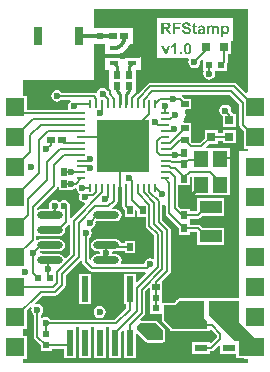
<source format=gtl>
G04 Layer_Physical_Order=1*
G04 Layer_Color=255*
%FSLAX44Y44*%
%MOMM*%
G71*
G01*
G75*
%ADD10C,0.3200*%
%ADD11R,1.1000X0.6000*%
%ADD12R,0.8000X0.8000*%
%ADD13R,0.6000X2.2000*%
%ADD14R,1.1500X1.4000*%
%ADD15O,0.7000X0.2500*%
%ADD16O,0.2500X0.7000*%
%ADD17R,4.5000X4.5000*%
%ADD18R,1.3000X0.6000*%
%ADD19R,0.7000X0.3500*%
%ADD20R,0.7000X0.7000*%
%ADD21R,0.6000X0.5500*%
%ADD22R,0.5000X0.6500*%
%ADD23R,0.7620X0.7620*%
%ADD24R,1.9000X1.1000*%
%ADD25O,2.2000X0.6000*%
%ADD26R,0.8000X1.6000*%
%ADD27R,0.5000X0.6000*%
%ADD28R,0.6500X0.5000*%
%ADD29R,0.5500X0.6000*%
%ADD30C,0.2000*%
%ADD31C,0.2500*%
%ADD32C,0.3000*%
%ADD33C,0.3500*%
%ADD34R,1.5000X1.5000*%
%ADD35C,0.6000*%
G36*
X615000Y1534185D02*
X613827Y1533699D01*
X606113Y1541413D01*
X605121Y1542076D01*
X603950Y1542309D01*
X603950Y1542309D01*
X532833D01*
X531662Y1542076D01*
X530670Y1541413D01*
X522173Y1532916D01*
X521000Y1533402D01*
Y1542000D01*
Y1553000D01*
X524500D01*
Y1564500D01*
X494500D01*
Y1553000D01*
X498000D01*
Y1542000D01*
Y1535677D01*
X496785Y1535308D01*
X495918Y1536605D01*
X494264Y1537710D01*
X492313Y1538098D01*
X490363Y1537710D01*
X488709Y1536605D01*
X487604Y1534951D01*
X487432Y1534086D01*
X486258Y1533600D01*
X485920Y1533826D01*
X484750Y1534059D01*
X484750Y1534059D01*
X457897D01*
X457357Y1534866D01*
X455704Y1535971D01*
X453753Y1536359D01*
X451802Y1535971D01*
X450148Y1534866D01*
X449043Y1533212D01*
X448655Y1531261D01*
X449043Y1529310D01*
X450148Y1527657D01*
X451802Y1526551D01*
X453753Y1526163D01*
X455704Y1526551D01*
X457357Y1527657D01*
X457548Y1527941D01*
X464956D01*
X465325Y1526726D01*
X464395Y1526105D01*
X463290Y1524451D01*
X462902Y1522500D01*
X463290Y1520549D01*
X462761Y1519559D01*
X427900D01*
Y1531100D01*
X425000D01*
Y1545000D01*
X485000D01*
Y1561426D01*
Y1575000D01*
X494500D01*
Y1566000D01*
X509500D01*
Y1568167D01*
X512234Y1570265D01*
X514535Y1573263D01*
X515461Y1575500D01*
X518000D01*
Y1588500D01*
X496500D01*
Y1589000D01*
X485000D01*
Y1605000D01*
X615000D01*
Y1534185D01*
D02*
G37*
G36*
X608041Y1524133D02*
Y1506700D01*
X608041Y1506700D01*
X608274Y1505529D01*
X608937Y1504537D01*
X612100Y1501374D01*
Y1486700D01*
X615000D01*
Y1484300D01*
X608100D01*
Y1457300D01*
Y1431900D01*
Y1406500D01*
Y1381100D01*
Y1359871D01*
X608000Y1359789D01*
X582000D01*
X581803Y1359750D01*
X580000D01*
Y1359750D01*
Y1359750D01*
X580000D01*
Y1359750D01*
X578197D01*
X578000Y1359789D01*
X557250D01*
X557250Y1359789D01*
X556470Y1359634D01*
X555808Y1359192D01*
X555808Y1359192D01*
X555441Y1358825D01*
X554190D01*
Y1357574D01*
X552905Y1356289D01*
X544500D01*
X544303Y1356250D01*
X542500D01*
D01*
X542500Y1356250D01*
X542500D01*
Y1365000D01*
X543000D01*
Y1374000D01*
X543000Y1374000D01*
X543000D01*
X542803Y1374477D01*
X549163Y1380837D01*
X549163Y1380837D01*
X549826Y1381830D01*
X550059Y1383000D01*
X550059Y1383000D01*
Y1417500D01*
X550059Y1417500D01*
X549826Y1418671D01*
X549163Y1419663D01*
X549163Y1419663D01*
X542809Y1426017D01*
Y1438930D01*
X544736Y1439184D01*
X545691Y1438347D01*
Y1431750D01*
X545691Y1431750D01*
X545924Y1430580D01*
X546587Y1429587D01*
X557000Y1419174D01*
Y1413750D01*
X566000D01*
Y1415941D01*
X571983D01*
X572500Y1415424D01*
Y1404750D01*
X595500D01*
Y1419750D01*
X576826D01*
X575413Y1421163D01*
X574421Y1421826D01*
X573250Y1422059D01*
X573250Y1422059D01*
X566000D01*
Y1424250D01*
D01*
Y1424250D01*
X566000Y1424250D01*
Y1425250D01*
X566000D01*
Y1427441D01*
X573250D01*
X573250Y1427441D01*
X574421Y1427674D01*
X575413Y1428337D01*
X576767Y1429691D01*
X579500D01*
X579500Y1429691D01*
X579795Y1429750D01*
X595500D01*
Y1444750D01*
X572500D01*
Y1434076D01*
X571983Y1433559D01*
X566000D01*
Y1435750D01*
X558326D01*
X556309Y1437767D01*
Y1455750D01*
X557000D01*
Y1455750D01*
X566000D01*
Y1462424D01*
X566827Y1463251D01*
X568000Y1462765D01*
Y1447000D01*
X584250D01*
Y1447000D01*
X599750D01*
Y1447000D01*
X600000D01*
Y1487000D01*
X580228D01*
X579742Y1488173D01*
X582273Y1490705D01*
X590310D01*
Y1493456D01*
X594000D01*
Y1491000D01*
X605000D01*
Y1502000D01*
X594000D01*
Y1499574D01*
X590310D01*
Y1502325D01*
X578690D01*
Y1495773D01*
X574476Y1491559D01*
X568024D01*
X567000Y1492583D01*
Y1498500D01*
D01*
Y1498500D01*
X567000Y1498500D01*
Y1499500D01*
X567000D01*
Y1508500D01*
X560909D01*
X560347Y1509639D01*
X561361Y1510961D01*
X562268Y1513150D01*
X562578Y1515500D01*
X562268Y1517849D01*
X561815Y1518944D01*
X562520Y1520000D01*
X567000D01*
Y1529000D01*
X561576D01*
X559663Y1530913D01*
X559569Y1530976D01*
X559937Y1532191D01*
X599983D01*
X608041Y1524133D01*
D02*
G37*
G36*
X455000Y1454260D02*
Y1451750D01*
X464000D01*
Y1451750D01*
X464491Y1452153D01*
X465750Y1451902D01*
X467701Y1452290D01*
X469127Y1453243D01*
X470300Y1452757D01*
X470540Y1451549D01*
X471645Y1449895D01*
X472531Y1449303D01*
X472779Y1448058D01*
X472540Y1447701D01*
X472152Y1445750D01*
X472540Y1443799D01*
X473645Y1442145D01*
X475299Y1441040D01*
X477175Y1440667D01*
X477543Y1439452D01*
X465837Y1427746D01*
X465774Y1427651D01*
X464559Y1428020D01*
Y1436250D01*
X464529Y1436398D01*
X464848Y1438000D01*
X464460Y1439951D01*
X463355Y1441605D01*
X461701Y1442710D01*
X459750Y1443098D01*
X457799Y1442710D01*
X456145Y1441605D01*
X455355D01*
X453701Y1442710D01*
X451750Y1443098D01*
X449799Y1442710D01*
X448145Y1441605D01*
X447040Y1439951D01*
X446652Y1438000D01*
X446974Y1436380D01*
X446169Y1435398D01*
X439500D01*
X437549Y1435010D01*
X437179Y1434763D01*
X436757Y1434988D01*
X436570Y1436244D01*
X452913Y1452587D01*
X453576Y1453579D01*
X453736Y1454385D01*
X455000Y1454260D01*
D02*
G37*
G36*
X508686Y1451250D02*
X508939Y1449982D01*
X508941Y1449978D01*
Y1437750D01*
X508941Y1437750D01*
X509174Y1436579D01*
X509837Y1435587D01*
X511000Y1434424D01*
Y1429000D01*
X520000D01*
Y1434515D01*
X520694Y1434802D01*
X521750Y1434097D01*
Y1429000D01*
X528691D01*
Y1421436D01*
X528691Y1421436D01*
X528924Y1420266D01*
X529587Y1419273D01*
X535941Y1412919D01*
Y1393978D01*
X534821Y1393380D01*
X534701Y1393460D01*
X532750Y1393848D01*
X530799Y1393460D01*
X529145Y1392355D01*
X528040Y1390701D01*
X527652Y1388750D01*
X527495Y1388559D01*
X508428D01*
X507829Y1389679D01*
X508210Y1390249D01*
X508598Y1392200D01*
X508210Y1394151D01*
X507105Y1395805D01*
X505451Y1396910D01*
X503500Y1397298D01*
X501360D01*
X500554Y1398280D01*
X500598Y1398500D01*
X500534Y1398820D01*
X501340Y1399802D01*
X503500D01*
X505451Y1400190D01*
X505453Y1400191D01*
X511000D01*
Y1398000D01*
X520000D01*
Y1408500D01*
X511000D01*
Y1406309D01*
X508318D01*
X508210Y1406851D01*
X507105Y1408505D01*
X505451Y1409610D01*
X503500Y1409998D01*
X487500D01*
X485549Y1409610D01*
X483895Y1408505D01*
X482790Y1406851D01*
X482402Y1404900D01*
X482790Y1402949D01*
X483895Y1401295D01*
X485549Y1400190D01*
X487500Y1399802D01*
X489660D01*
X490466Y1398820D01*
X490402Y1398500D01*
X490446Y1398280D01*
X489640Y1397298D01*
X487500D01*
X485549Y1396910D01*
X483895Y1395805D01*
X482790Y1394151D01*
X482453Y1392457D01*
X482079Y1392343D01*
X481059Y1393100D01*
Y1411030D01*
X481605Y1411395D01*
X482710Y1413049D01*
X483098Y1415000D01*
X482710Y1416951D01*
X482170Y1417758D01*
X482656Y1418932D01*
X483201Y1419040D01*
X484855Y1420145D01*
X485960Y1421799D01*
X486348Y1423750D01*
X486223Y1424379D01*
X487121Y1425278D01*
X487500Y1425202D01*
X503500D01*
X505451Y1425590D01*
X507105Y1426695D01*
X508210Y1428349D01*
X508598Y1430300D01*
X508210Y1432251D01*
X507105Y1433905D01*
X505451Y1435010D01*
X503500Y1435398D01*
X500868D01*
X500382Y1436571D01*
X504163Y1440352D01*
X504826Y1441344D01*
X505059Y1442515D01*
X505059Y1442515D01*
Y1449978D01*
X505061Y1449982D01*
X505314Y1451250D01*
Y1454250D01*
X508686D01*
Y1451250D01*
D02*
G37*
G36*
X464941Y1422063D02*
Y1397482D01*
X461284Y1393825D01*
X460210Y1394151D01*
X459105Y1395805D01*
X457451Y1396910D01*
X455500Y1397298D01*
X443634D01*
X439525Y1398115D01*
X439156Y1399331D01*
X439628Y1399802D01*
X455500D01*
X457451Y1400190D01*
X459105Y1401295D01*
X460210Y1402949D01*
X460598Y1404900D01*
X460210Y1406851D01*
X459105Y1408505D01*
X457451Y1409610D01*
X455500Y1409998D01*
X439500D01*
X437549Y1409610D01*
X437310Y1409451D01*
X437095Y1409407D01*
X436059Y1409961D01*
Y1412539D01*
X437179Y1413138D01*
X437549Y1412890D01*
X439500Y1412502D01*
X455500D01*
X457451Y1412890D01*
X459105Y1413995D01*
X460210Y1415649D01*
X460598Y1417600D01*
X460321Y1418995D01*
X463663Y1422337D01*
X463663Y1422337D01*
X463726Y1422431D01*
X464941Y1422063D01*
D02*
G37*
G36*
X474718Y1391562D02*
X474941Y1391227D01*
Y1391000D01*
X474941Y1391000D01*
X475174Y1389830D01*
X475837Y1388837D01*
X481337Y1383337D01*
X482329Y1382674D01*
X483500Y1382441D01*
X528498D01*
X529303Y1381459D01*
X529221Y1381047D01*
X521573Y1373399D01*
X520400Y1373885D01*
Y1380750D01*
X510400D01*
Y1354750D01*
X512341D01*
Y1351417D01*
X502733Y1341809D01*
X448637D01*
X448105Y1342605D01*
X446451Y1343710D01*
X444500Y1344098D01*
X442549Y1343710D01*
X441179Y1342794D01*
X440059Y1343393D01*
Y1346030D01*
X440605Y1346395D01*
X441710Y1348049D01*
X442098Y1350000D01*
X441710Y1351951D01*
X440605Y1353605D01*
X438951Y1354710D01*
X437000Y1355098D01*
X435430Y1354786D01*
X434832Y1355906D01*
X441067Y1362141D01*
X451849D01*
X451849Y1362141D01*
X453020Y1362374D01*
X454012Y1363037D01*
X460163Y1369188D01*
X460163Y1369188D01*
X460826Y1370180D01*
X460826Y1370180D01*
X460826Y1370180D01*
X461059Y1371351D01*
X461059Y1371351D01*
Y1379291D01*
X473455Y1391687D01*
X474718Y1391562D01*
D02*
G37*
G36*
X578000Y1343000D02*
X581000Y1340000D01*
Y1334000D01*
X551500D01*
X544500Y1341000D01*
Y1354250D01*
X553750D01*
X557250Y1357750D01*
X578000D01*
Y1343000D01*
D02*
G37*
G36*
X543500Y1332750D02*
Y1324500D01*
X530500D01*
X521250Y1333750D01*
Y1336313D01*
X524500Y1338750D01*
X537500D01*
X543500Y1332750D01*
D02*
G37*
G36*
X532500Y1368265D02*
Y1365000D01*
Y1355750D01*
X532500D01*
Y1346750D01*
X542461D01*
Y1341000D01*
X542461Y1341000D01*
X542616Y1340220D01*
X543058Y1339558D01*
X543058Y1339558D01*
X549500Y1333116D01*
Y1332000D01*
X551303D01*
X551500Y1331961D01*
X581000D01*
X581197Y1332000D01*
X583000D01*
Y1332785D01*
X584173Y1333271D01*
X588076Y1329368D01*
X588750Y1328777D01*
X588750Y1326500D01*
X586500Y1324250D01*
X586417D01*
X584173Y1322006D01*
X583000Y1322493D01*
Y1323000D01*
X568500D01*
X568000Y1322500D01*
Y1313250D01*
X568500Y1313000D01*
X583000D01*
Y1314941D01*
X584492D01*
X584493Y1314941D01*
X585663Y1315174D01*
X586656Y1315837D01*
X590827Y1320008D01*
X592000Y1319522D01*
Y1313000D01*
X605461D01*
Y1311000D01*
X605616Y1310220D01*
X606058Y1309558D01*
X606720Y1309116D01*
X607500Y1308961D01*
X612100D01*
Y1308900D01*
X615000D01*
Y1305000D01*
X425000D01*
Y1308900D01*
X427900D01*
Y1327900D01*
X425000D01*
Y1334300D01*
X427900D01*
Y1348974D01*
X431094Y1352168D01*
X432214Y1351570D01*
X431902Y1350000D01*
X432290Y1348049D01*
X433395Y1346395D01*
X433941Y1346030D01*
Y1327500D01*
X433941Y1327500D01*
X434174Y1326329D01*
X434837Y1325337D01*
X439750Y1320424D01*
Y1315000D01*
X449250D01*
Y1316941D01*
X459600D01*
Y1309250D01*
X469600D01*
Y1335250D01*
D01*
Y1335250D01*
X470041Y1335691D01*
X472300D01*
Y1335691D01*
Y1335250D01*
X472300Y1334793D01*
X472300Y1334793D01*
X472300D01*
Y1309250D01*
X482300D01*
Y1334793D01*
X482300Y1334793D01*
D01*
D01*
X482300Y1335250D01*
D01*
X482741Y1335691D01*
X485000D01*
Y1335691D01*
Y1335250D01*
X485000Y1334793D01*
X485000Y1334793D01*
X485000D01*
Y1309250D01*
X495000D01*
Y1334793D01*
X495000Y1334793D01*
D01*
D01*
X495000Y1335250D01*
D01*
X495441Y1335691D01*
X497700D01*
Y1335250D01*
X497700D01*
Y1309250D01*
X507700D01*
Y1331281D01*
X509227Y1332808D01*
X510400Y1332322D01*
Y1309250D01*
X520400D01*
Y1330057D01*
X521573Y1330543D01*
X528500Y1323616D01*
Y1322500D01*
X530303D01*
X530500Y1322461D01*
X543500D01*
X543697Y1322500D01*
X545500D01*
Y1324303D01*
X545539Y1324500D01*
Y1332750D01*
X545384Y1333530D01*
X544942Y1334192D01*
X538942Y1340192D01*
X538280Y1340634D01*
X537500Y1340789D01*
X524524D01*
X524478Y1340902D01*
X524229Y1342153D01*
X527563Y1345487D01*
X528226Y1346479D01*
X528459Y1347650D01*
X528459Y1347650D01*
Y1365883D01*
X531327Y1368751D01*
X532500Y1368265D01*
D02*
G37*
G36*
X608000Y1339500D02*
X621750Y1325750D01*
X629000D01*
Y1311000D01*
X607500D01*
Y1323750D01*
X604250D01*
X582000Y1346000D01*
Y1357750D01*
X608000D01*
Y1339500D01*
D02*
G37*
%LPC*%
G36*
X602693Y1596805D02*
X538730D01*
Y1577818D01*
Y1563055D01*
X564700D01*
X565290Y1561951D01*
X564902Y1560000D01*
X565290Y1558049D01*
X566395Y1556395D01*
X568049Y1555290D01*
X570000Y1554902D01*
X571951Y1555290D01*
X573605Y1556395D01*
X574710Y1558049D01*
X575098Y1560000D01*
X574970Y1560644D01*
X576327Y1562001D01*
X577222Y1561630D01*
Y1561630D01*
X577500Y1561515D01*
Y1552750D01*
X577500Y1552750D01*
X577500D01*
X577866Y1552065D01*
X577790Y1551951D01*
X577402Y1550000D01*
X577790Y1548049D01*
X578895Y1546395D01*
X580549Y1545290D01*
X582500Y1544902D01*
X584451Y1545290D01*
X586105Y1546395D01*
X587210Y1548049D01*
X587598Y1550000D01*
X587246Y1551768D01*
X587622Y1552226D01*
X588406Y1552750D01*
X597500D01*
Y1558342D01*
X597826Y1558829D01*
X597826Y1558829D01*
X597826Y1558829D01*
X598059Y1560000D01*
X598059Y1560000D01*
Y1566500D01*
X601000D01*
Y1577818D01*
X602693D01*
Y1596805D01*
D02*
G37*
%LPD*%
G36*
X563546Y1593508D02*
X563703Y1593497D01*
X563869Y1593477D01*
X564067Y1593456D01*
X564276Y1593414D01*
X564484Y1593372D01*
X564713Y1593320D01*
X564942Y1593258D01*
X565161Y1593185D01*
X565379Y1593091D01*
X565598Y1592977D01*
X565796Y1592862D01*
X565973Y1592716D01*
X565983Y1592706D01*
X566015Y1592685D01*
X566056Y1592633D01*
X566119Y1592571D01*
X566192Y1592498D01*
X566265Y1592394D01*
X566348Y1592279D01*
X566442Y1592154D01*
X566525Y1592008D01*
X566608Y1591852D01*
X566692Y1591675D01*
X566764Y1591488D01*
X566837Y1591290D01*
X566889Y1591071D01*
X566921Y1590842D01*
X566941Y1590602D01*
X565005Y1590529D01*
Y1590540D01*
X564994Y1590561D01*
Y1590602D01*
X564984Y1590644D01*
X564963Y1590706D01*
X564942Y1590779D01*
X564890Y1590936D01*
X564817Y1591102D01*
X564723Y1591279D01*
X564609Y1591446D01*
X564463Y1591581D01*
X564442Y1591592D01*
X564390Y1591633D01*
X564296Y1591685D01*
X564161Y1591748D01*
X563984Y1591810D01*
X563776Y1591862D01*
X563526Y1591904D01*
X563234Y1591915D01*
X563099D01*
X563026Y1591904D01*
X562943Y1591894D01*
X562745Y1591873D01*
X562536Y1591831D01*
X562307Y1591769D01*
X562099Y1591675D01*
X561901Y1591561D01*
X561891Y1591550D01*
X561860Y1591519D01*
X561807Y1591467D01*
X561755Y1591404D01*
X561693Y1591321D01*
X561651Y1591217D01*
X561609Y1591102D01*
X561599Y1590967D01*
Y1590957D01*
Y1590915D01*
X561609Y1590842D01*
X561630Y1590769D01*
X561672Y1590675D01*
X561714Y1590571D01*
X561787Y1590477D01*
X561880Y1590384D01*
X561901Y1590373D01*
X561922Y1590352D01*
X561964Y1590332D01*
X562005Y1590300D01*
X562068Y1590269D01*
X562151Y1590228D01*
X562245Y1590186D01*
X562349Y1590144D01*
X562474Y1590092D01*
X562620Y1590040D01*
X562786Y1589988D01*
X562974Y1589926D01*
X563182Y1589863D01*
X563411Y1589801D01*
X563661Y1589738D01*
X563682D01*
X563724Y1589728D01*
X563797Y1589707D01*
X563890Y1589686D01*
X564015Y1589655D01*
X564140Y1589613D01*
X564296Y1589571D01*
X564453Y1589530D01*
X564796Y1589426D01*
X565140Y1589311D01*
X565307Y1589249D01*
X565473Y1589186D01*
X565619Y1589113D01*
X565754Y1589051D01*
X565765D01*
X565786Y1589030D01*
X565817Y1589009D01*
X565869Y1588988D01*
X565994Y1588905D01*
X566150Y1588801D01*
X566317Y1588655D01*
X566494Y1588488D01*
X566671Y1588291D01*
X566827Y1588072D01*
Y1588061D01*
X566848Y1588041D01*
X566858Y1588009D01*
X566889Y1587957D01*
X566921Y1587895D01*
X566952Y1587822D01*
X566983Y1587739D01*
X567025Y1587645D01*
X567056Y1587541D01*
X567087Y1587426D01*
X567150Y1587166D01*
X567191Y1586864D01*
X567212Y1586541D01*
Y1586530D01*
Y1586510D01*
Y1586458D01*
X567202Y1586406D01*
Y1586333D01*
X567191Y1586239D01*
X567171Y1586145D01*
X567150Y1586041D01*
X567098Y1585802D01*
X567014Y1585541D01*
X566900Y1585270D01*
X566827Y1585125D01*
X566744Y1584989D01*
Y1584979D01*
X566723Y1584958D01*
X566692Y1584916D01*
X566660Y1584875D01*
X566608Y1584812D01*
X566556Y1584739D01*
X566410Y1584583D01*
X566223Y1584417D01*
X566004Y1584229D01*
X565744Y1584062D01*
X565442Y1583917D01*
X565432D01*
X565400Y1583906D01*
X565359Y1583885D01*
X565296Y1583864D01*
X565213Y1583833D01*
X565109Y1583813D01*
X564994Y1583781D01*
X564869Y1583750D01*
X564723Y1583708D01*
X564567Y1583677D01*
X564390Y1583656D01*
X564203Y1583625D01*
X564015Y1583604D01*
X563797Y1583583D01*
X563578Y1583573D01*
X563265D01*
X563172Y1583583D01*
X563047D01*
X562901Y1583594D01*
X562724Y1583615D01*
X562526Y1583646D01*
X562318Y1583677D01*
X562089Y1583719D01*
X561860Y1583781D01*
X561630Y1583844D01*
X561401Y1583927D01*
X561172Y1584021D01*
X560953Y1584135D01*
X560745Y1584260D01*
X560547Y1584406D01*
X560537Y1584417D01*
X560506Y1584448D01*
X560454Y1584500D01*
X560391Y1584562D01*
X560318Y1584656D01*
X560224Y1584760D01*
X560131Y1584885D01*
X560037Y1585031D01*
X559933Y1585197D01*
X559829Y1585375D01*
X559735Y1585583D01*
X559641Y1585802D01*
X559558Y1586041D01*
X559485Y1586291D01*
X559423Y1586572D01*
X559381Y1586864D01*
X561266Y1587051D01*
Y1587041D01*
X561276Y1587010D01*
X561287Y1586958D01*
X561297Y1586895D01*
X561318Y1586812D01*
X561349Y1586728D01*
X561412Y1586520D01*
X561505Y1586291D01*
X561630Y1586051D01*
X561776Y1585833D01*
X561860Y1585739D01*
X561953Y1585645D01*
X561964D01*
X561974Y1585625D01*
X562005Y1585604D01*
X562047Y1585572D01*
X562099Y1585541D01*
X562172Y1585510D01*
X562245Y1585468D01*
X562328Y1585427D01*
X562536Y1585343D01*
X562776Y1585281D01*
X563057Y1585229D01*
X563369Y1585208D01*
X563463D01*
X563526Y1585218D01*
X563609D01*
X563692Y1585229D01*
X563901Y1585260D01*
X564130Y1585302D01*
X564369Y1585375D01*
X564598Y1585468D01*
X564702Y1585531D01*
X564796Y1585604D01*
X564807D01*
X564817Y1585625D01*
X564869Y1585677D01*
X564952Y1585760D01*
X565036Y1585864D01*
X565119Y1585999D01*
X565202Y1586166D01*
X565254Y1586343D01*
X565275Y1586437D01*
Y1586530D01*
Y1586541D01*
Y1586593D01*
X565265Y1586655D01*
X565254Y1586728D01*
X565223Y1586822D01*
X565192Y1586926D01*
X565140Y1587020D01*
X565067Y1587114D01*
X565057Y1587124D01*
X565025Y1587155D01*
X564973Y1587197D01*
X564911Y1587260D01*
X564807Y1587322D01*
X564692Y1587395D01*
X564546Y1587457D01*
X564369Y1587530D01*
X564348Y1587541D01*
X564328D01*
X564296Y1587551D01*
X564255Y1587561D01*
X564192Y1587582D01*
X564130Y1587603D01*
X564046Y1587624D01*
X563953Y1587655D01*
X563838Y1587686D01*
X563713Y1587718D01*
X563567Y1587759D01*
X563411Y1587801D01*
X563234Y1587843D01*
X563036Y1587895D01*
X562818Y1587947D01*
X562797D01*
X562745Y1587968D01*
X562672Y1587988D01*
X562568Y1588020D01*
X562432Y1588051D01*
X562286Y1588103D01*
X562130Y1588155D01*
X561964Y1588207D01*
X561599Y1588353D01*
X561235Y1588509D01*
X561068Y1588603D01*
X560901Y1588697D01*
X560756Y1588790D01*
X560631Y1588895D01*
X560620Y1588905D01*
X560589Y1588936D01*
X560547Y1588978D01*
X560495Y1589040D01*
X560422Y1589113D01*
X560350Y1589207D01*
X560266Y1589311D01*
X560193Y1589436D01*
X560110Y1589571D01*
X560027Y1589717D01*
X559954Y1589884D01*
X559881Y1590051D01*
X559829Y1590228D01*
X559787Y1590425D01*
X559756Y1590623D01*
X559745Y1590831D01*
Y1590842D01*
Y1590863D01*
Y1590904D01*
X559756Y1590957D01*
Y1591019D01*
X559766Y1591102D01*
X559798Y1591279D01*
X559850Y1591488D01*
X559922Y1591727D01*
X560027Y1591967D01*
X560162Y1592206D01*
Y1592217D01*
X560183Y1592237D01*
X560204Y1592269D01*
X560235Y1592310D01*
X560339Y1592425D01*
X560464Y1592571D01*
X560641Y1592727D01*
X560839Y1592883D01*
X561089Y1593039D01*
X561360Y1593175D01*
X561370D01*
X561391Y1593185D01*
X561443Y1593206D01*
X561495Y1593227D01*
X561578Y1593258D01*
X561662Y1593279D01*
X561766Y1593310D01*
X561891Y1593352D01*
X562026Y1593383D01*
X562161Y1593414D01*
X562318Y1593435D01*
X562484Y1593466D01*
X562672Y1593487D01*
X562849Y1593508D01*
X563255Y1593518D01*
X563432D01*
X563546Y1593508D01*
D02*
G37*
G36*
X588780Y1590863D02*
X588853Y1590852D01*
X589030Y1590831D01*
X589227Y1590800D01*
X589446Y1590738D01*
X589665Y1590665D01*
X589873Y1590561D01*
X589884D01*
X589894Y1590550D01*
X589957Y1590498D01*
X590050Y1590425D01*
X590175Y1590332D01*
X590300Y1590196D01*
X590435Y1590040D01*
X590560Y1589853D01*
X590665Y1589644D01*
X590675Y1589624D01*
X590685Y1589592D01*
X590696Y1589561D01*
X590706Y1589509D01*
X590727Y1589447D01*
X590748Y1589384D01*
X590769Y1589301D01*
X590779Y1589196D01*
X590800Y1589092D01*
X590821Y1588978D01*
X590831Y1588842D01*
X590842Y1588707D01*
X590852Y1588551D01*
X590863Y1588374D01*
Y1588197D01*
Y1583750D01*
X589019D01*
Y1587728D01*
Y1587739D01*
Y1587770D01*
Y1587822D01*
Y1587895D01*
X589009Y1587978D01*
Y1588072D01*
X588998Y1588291D01*
X588967Y1588509D01*
X588936Y1588738D01*
X588915Y1588832D01*
X588884Y1588926D01*
X588853Y1589009D01*
X588821Y1589072D01*
X588811Y1589092D01*
X588769Y1589134D01*
X588717Y1589196D01*
X588634Y1589269D01*
X588519Y1589342D01*
X588384Y1589405D01*
X588228Y1589447D01*
X588040Y1589467D01*
X587978D01*
X587905Y1589457D01*
X587801Y1589436D01*
X587697Y1589405D01*
X587572Y1589363D01*
X587447Y1589311D01*
X587311Y1589228D01*
X587301Y1589217D01*
X587259Y1589186D01*
X587197Y1589124D01*
X587124Y1589051D01*
X587040Y1588957D01*
X586957Y1588832D01*
X586884Y1588697D01*
X586822Y1588530D01*
X586811Y1588509D01*
Y1588478D01*
X586801Y1588447D01*
X586791Y1588395D01*
X586780Y1588332D01*
X586759Y1588270D01*
X586749Y1588186D01*
X586739Y1588093D01*
X586718Y1587978D01*
X586707Y1587863D01*
X586697Y1587739D01*
X586687Y1587593D01*
Y1587437D01*
X586676Y1587270D01*
Y1587093D01*
Y1583750D01*
X584833D01*
Y1587561D01*
Y1587572D01*
Y1587603D01*
Y1587655D01*
Y1587728D01*
Y1587811D01*
Y1587905D01*
X584822Y1588114D01*
X584812Y1588332D01*
X584791Y1588551D01*
X584781Y1588645D01*
X584760Y1588738D01*
X584749Y1588811D01*
X584729Y1588874D01*
Y1588884D01*
X584708Y1588926D01*
X584687Y1588978D01*
X584656Y1589040D01*
X584562Y1589186D01*
X584500Y1589259D01*
X584427Y1589321D01*
X584416Y1589332D01*
X584385Y1589342D01*
X584343Y1589363D01*
X584281Y1589394D01*
X584198Y1589426D01*
X584104Y1589447D01*
X583989Y1589457D01*
X583864Y1589467D01*
X583791D01*
X583708Y1589457D01*
X583604Y1589436D01*
X583489Y1589405D01*
X583364Y1589363D01*
X583229Y1589311D01*
X583094Y1589228D01*
X583083Y1589217D01*
X583042Y1589186D01*
X582979Y1589134D01*
X582906Y1589061D01*
X582833Y1588967D01*
X582750Y1588853D01*
X582677Y1588717D01*
X582615Y1588561D01*
X582604Y1588540D01*
Y1588520D01*
X582594Y1588478D01*
X582583Y1588436D01*
X582573Y1588374D01*
X582552Y1588301D01*
X582542Y1588228D01*
X582531Y1588134D01*
X582510Y1588030D01*
X582500Y1587905D01*
X582490Y1587780D01*
X582479Y1587634D01*
Y1587478D01*
X582469Y1587312D01*
Y1587135D01*
Y1583750D01*
X580625D01*
Y1590717D01*
X582323D01*
Y1589759D01*
X582333Y1589769D01*
X582365Y1589811D01*
X582417Y1589863D01*
X582490Y1589936D01*
X582573Y1590019D01*
X582677Y1590113D01*
X582802Y1590217D01*
X582937Y1590321D01*
X583083Y1590425D01*
X583250Y1590519D01*
X583427Y1590613D01*
X583614Y1590696D01*
X583823Y1590769D01*
X584031Y1590821D01*
X584260Y1590863D01*
X584489Y1590873D01*
X584604D01*
X584656Y1590863D01*
X584729D01*
X584885Y1590842D01*
X585062Y1590800D01*
X585260Y1590759D01*
X585458Y1590686D01*
X585645Y1590592D01*
X585656D01*
X585666Y1590582D01*
X585728Y1590540D01*
X585822Y1590477D01*
X585937Y1590384D01*
X586062Y1590269D01*
X586197Y1590123D01*
X586332Y1589957D01*
X586457Y1589759D01*
X586468Y1589769D01*
X586478Y1589780D01*
X586499Y1589811D01*
X586541Y1589853D01*
X586634Y1589946D01*
X586749Y1590071D01*
X586905Y1590207D01*
X587072Y1590352D01*
X587249Y1590477D01*
X587447Y1590592D01*
X587457D01*
X587467Y1590602D01*
X587499Y1590623D01*
X587540Y1590634D01*
X587645Y1590686D01*
X587790Y1590738D01*
X587957Y1590779D01*
X588155Y1590831D01*
X588363Y1590863D01*
X588582Y1590873D01*
X588707D01*
X588780Y1590863D01*
D02*
G37*
G36*
X596642D02*
X596736D01*
X596840Y1590842D01*
X596955Y1590821D01*
X597090Y1590790D01*
X597246Y1590759D01*
X597402Y1590706D01*
X597569Y1590644D01*
X597736Y1590561D01*
X597913Y1590467D01*
X598090Y1590363D01*
X598256Y1590228D01*
X598423Y1590082D01*
X598590Y1589915D01*
X598600Y1589905D01*
X598631Y1589873D01*
X598673Y1589821D01*
X598725Y1589738D01*
X598787Y1589644D01*
X598860Y1589530D01*
X598933Y1589384D01*
X599017Y1589228D01*
X599100Y1589051D01*
X599173Y1588853D01*
X599246Y1588634D01*
X599308Y1588395D01*
X599360Y1588145D01*
X599412Y1587874D01*
X599433Y1587582D01*
X599444Y1587270D01*
Y1587249D01*
Y1587197D01*
X599433Y1587103D01*
Y1586978D01*
X599423Y1586832D01*
X599402Y1586666D01*
X599371Y1586478D01*
X599339Y1586270D01*
X599287Y1586062D01*
X599235Y1585833D01*
X599162Y1585614D01*
X599079Y1585385D01*
X598985Y1585166D01*
X598871Y1584948D01*
X598736Y1584739D01*
X598590Y1584552D01*
X598579Y1584541D01*
X598548Y1584510D01*
X598506Y1584469D01*
X598433Y1584406D01*
X598350Y1584333D01*
X598256Y1584250D01*
X598142Y1584167D01*
X598007Y1584073D01*
X597871Y1583979D01*
X597705Y1583896D01*
X597538Y1583813D01*
X597350Y1583740D01*
X597163Y1583687D01*
X596955Y1583635D01*
X596746Y1583604D01*
X596517Y1583594D01*
X596423D01*
X596309Y1583604D01*
X596163Y1583625D01*
X596007Y1583646D01*
X595830Y1583687D01*
X595643Y1583750D01*
X595466Y1583823D01*
X595445Y1583833D01*
X595382Y1583864D01*
X595288Y1583927D01*
X595163Y1584010D01*
X595018Y1584115D01*
X594851Y1584250D01*
X594674Y1584417D01*
X594487Y1584604D01*
Y1581105D01*
X592643D01*
Y1590717D01*
X594362D01*
Y1589696D01*
X594382Y1589707D01*
X594424Y1589769D01*
X594497Y1589873D01*
X594601Y1589988D01*
X594726Y1590123D01*
X594882Y1590269D01*
X595059Y1590415D01*
X595257Y1590540D01*
X595268D01*
X595288Y1590550D01*
X595320Y1590571D01*
X595361Y1590592D01*
X595413Y1590613D01*
X595476Y1590644D01*
X595632Y1590706D01*
X595820Y1590769D01*
X596038Y1590821D01*
X596278Y1590863D01*
X596528Y1590873D01*
X596580D01*
X596642Y1590863D01*
D02*
G37*
G36*
X576325D02*
X576450D01*
X576575Y1590852D01*
X576720Y1590831D01*
X577022Y1590800D01*
X577324Y1590748D01*
X577616Y1590675D01*
X577741Y1590623D01*
X577866Y1590571D01*
X577876D01*
X577897Y1590561D01*
X577928Y1590540D01*
X577960Y1590519D01*
X578074Y1590457D01*
X578199Y1590373D01*
X578345Y1590259D01*
X578480Y1590134D01*
X578616Y1589988D01*
X578720Y1589832D01*
X578730Y1589811D01*
X578741Y1589780D01*
X578761Y1589749D01*
X578782Y1589696D01*
X578803Y1589624D01*
X578824Y1589551D01*
X578845Y1589457D01*
X578866Y1589353D01*
X578886Y1589238D01*
X578907Y1589103D01*
X578928Y1588947D01*
X578949Y1588780D01*
X578959Y1588603D01*
X578970Y1588405D01*
Y1588186D01*
X578938Y1586031D01*
Y1586020D01*
Y1585989D01*
Y1585947D01*
Y1585885D01*
Y1585802D01*
Y1585718D01*
X578949Y1585520D01*
X578959Y1585302D01*
X578970Y1585073D01*
X578991Y1584864D01*
X579011Y1584760D01*
X579022Y1584677D01*
Y1584656D01*
X579043Y1584604D01*
X579063Y1584510D01*
X579095Y1584396D01*
X579136Y1584260D01*
X579199Y1584104D01*
X579272Y1583927D01*
X579355Y1583750D01*
X577533D01*
Y1583760D01*
X577522Y1583781D01*
X577501Y1583823D01*
X577481Y1583885D01*
X577460Y1583958D01*
X577418Y1584052D01*
X577387Y1584167D01*
X577345Y1584292D01*
Y1584302D01*
X577335Y1584323D01*
X577324Y1584385D01*
X577303Y1584458D01*
X577293Y1584489D01*
X577283Y1584510D01*
X577262Y1584489D01*
X577199Y1584437D01*
X577106Y1584354D01*
X576981Y1584250D01*
X576835Y1584146D01*
X576658Y1584031D01*
X576470Y1583917D01*
X576273Y1583823D01*
X576262D01*
X576252Y1583813D01*
X576220Y1583802D01*
X576179Y1583792D01*
X576075Y1583750D01*
X575929Y1583708D01*
X575762Y1583667D01*
X575564Y1583625D01*
X575356Y1583604D01*
X575127Y1583594D01*
X575023D01*
X574950Y1583604D01*
X574856Y1583615D01*
X574752Y1583625D01*
X574637Y1583646D01*
X574512Y1583667D01*
X574242Y1583729D01*
X573960Y1583833D01*
X573815Y1583906D01*
X573679Y1583979D01*
X573554Y1584062D01*
X573429Y1584167D01*
X573419Y1584177D01*
X573398Y1584198D01*
X573377Y1584229D01*
X573336Y1584271D01*
X573284Y1584333D01*
X573232Y1584396D01*
X573180Y1584479D01*
X573127Y1584573D01*
X573065Y1584677D01*
X573013Y1584781D01*
X572909Y1585041D01*
X572867Y1585177D01*
X572846Y1585323D01*
X572825Y1585479D01*
X572815Y1585645D01*
Y1585656D01*
Y1585677D01*
Y1585708D01*
Y1585750D01*
X572825Y1585854D01*
X572846Y1585999D01*
X572888Y1586166D01*
X572930Y1586343D01*
X573003Y1586520D01*
X573096Y1586697D01*
Y1586708D01*
X573107Y1586718D01*
X573148Y1586770D01*
X573211Y1586853D01*
X573304Y1586958D01*
X573409Y1587072D01*
X573544Y1587187D01*
X573700Y1587301D01*
X573877Y1587395D01*
X573888D01*
X573898Y1587405D01*
X573929Y1587416D01*
X573971Y1587437D01*
X574023Y1587457D01*
X574086Y1587489D01*
X574169Y1587509D01*
X574252Y1587541D01*
X574346Y1587572D01*
X574460Y1587614D01*
X574585Y1587645D01*
X574710Y1587686D01*
X574856Y1587718D01*
X575012Y1587759D01*
X575169Y1587801D01*
X575346Y1587832D01*
X575356D01*
X575398Y1587843D01*
X575471Y1587853D01*
X575554Y1587874D01*
X575658Y1587895D01*
X575783Y1587916D01*
X575918Y1587947D01*
X576064Y1587978D01*
X576356Y1588051D01*
X576658Y1588124D01*
X576793Y1588165D01*
X576928Y1588207D01*
X577043Y1588249D01*
X577147Y1588291D01*
Y1588468D01*
Y1588478D01*
Y1588488D01*
Y1588561D01*
X577137Y1588655D01*
X577116Y1588770D01*
X577085Y1588895D01*
X577033Y1589019D01*
X576970Y1589144D01*
X576876Y1589238D01*
X576866Y1589249D01*
X576824Y1589269D01*
X576752Y1589311D01*
X576658Y1589353D01*
X576522Y1589394D01*
X576345Y1589436D01*
X576241Y1589447D01*
X576137Y1589457D01*
X576012Y1589467D01*
X575793D01*
X575700Y1589457D01*
X575596Y1589447D01*
X575471Y1589415D01*
X575335Y1589384D01*
X575210Y1589332D01*
X575096Y1589269D01*
X575085Y1589259D01*
X575054Y1589228D01*
X575002Y1589186D01*
X574939Y1589113D01*
X574867Y1589019D01*
X574794Y1588895D01*
X574721Y1588749D01*
X574658Y1588582D01*
X573003Y1588884D01*
Y1588895D01*
X573013Y1588926D01*
X573034Y1588978D01*
X573055Y1589051D01*
X573086Y1589134D01*
X573127Y1589228D01*
X573232Y1589447D01*
X573367Y1589696D01*
X573534Y1589946D01*
X573731Y1590175D01*
X573846Y1590290D01*
X573971Y1590384D01*
X573981Y1590394D01*
X574002Y1590405D01*
X574044Y1590425D01*
X574096Y1590457D01*
X574169Y1590498D01*
X574263Y1590540D01*
X574367Y1590582D01*
X574481Y1590634D01*
X574627Y1590675D01*
X574773Y1590717D01*
X574939Y1590759D01*
X575127Y1590800D01*
X575325Y1590831D01*
X575544Y1590852D01*
X575773Y1590873D01*
X576231D01*
X576325Y1590863D01*
D02*
G37*
G36*
X558288Y1591738D02*
X553632D01*
Y1589457D01*
X557652D01*
Y1587832D01*
X553632D01*
Y1583750D01*
X551695D01*
Y1593362D01*
X558288D01*
Y1591738D01*
D02*
G37*
G36*
X546457Y1593352D02*
X546603D01*
X546770Y1593341D01*
X546936Y1593331D01*
X547311Y1593300D01*
X547676Y1593248D01*
X547853Y1593227D01*
X548030Y1593185D01*
X548186Y1593143D01*
X548321Y1593102D01*
X548332D01*
X548353Y1593091D01*
X548384Y1593071D01*
X548436Y1593050D01*
X548498Y1593018D01*
X548561Y1592987D01*
X548727Y1592894D01*
X548904Y1592758D01*
X549081Y1592602D01*
X549269Y1592404D01*
X549436Y1592175D01*
Y1592164D01*
X549456Y1592144D01*
X549477Y1592112D01*
X549498Y1592060D01*
X549540Y1591998D01*
X549571Y1591925D01*
X549613Y1591831D01*
X549654Y1591738D01*
X549727Y1591519D01*
X549800Y1591259D01*
X549842Y1590977D01*
X549863Y1590665D01*
Y1590654D01*
Y1590613D01*
Y1590561D01*
X549852Y1590488D01*
X549842Y1590394D01*
X549831Y1590290D01*
X549810Y1590165D01*
X549779Y1590040D01*
X549706Y1589749D01*
X549654Y1589603D01*
X549592Y1589457D01*
X549519Y1589301D01*
X549436Y1589155D01*
X549342Y1589009D01*
X549227Y1588874D01*
X549217Y1588863D01*
X549196Y1588842D01*
X549165Y1588811D01*
X549113Y1588759D01*
X549040Y1588707D01*
X548956Y1588645D01*
X548863Y1588572D01*
X548748Y1588499D01*
X548623Y1588416D01*
X548488Y1588343D01*
X548332Y1588270D01*
X548155Y1588197D01*
X547967Y1588134D01*
X547769Y1588072D01*
X547551Y1588020D01*
X547322Y1587978D01*
X547332D01*
X547353Y1587957D01*
X547384Y1587947D01*
X547426Y1587916D01*
X547540Y1587843D01*
X547686Y1587739D01*
X547853Y1587624D01*
X548030Y1587489D01*
X548207Y1587332D01*
X548363Y1587176D01*
X548384Y1587155D01*
X548405Y1587124D01*
X548436Y1587093D01*
X548478Y1587041D01*
X548530Y1586978D01*
X548592Y1586905D01*
X548655Y1586822D01*
X548727Y1586718D01*
X548811Y1586603D01*
X548904Y1586478D01*
X548998Y1586333D01*
X549102Y1586176D01*
X549217Y1585999D01*
X549342Y1585822D01*
X549467Y1585614D01*
X550644Y1583750D01*
X548321D01*
X546915Y1585843D01*
X546905Y1585854D01*
X546884Y1585895D01*
X546842Y1585947D01*
X546790Y1586020D01*
X546738Y1586114D01*
X546665Y1586208D01*
X546509Y1586437D01*
X546332Y1586676D01*
X546166Y1586905D01*
X546082Y1587010D01*
X546009Y1587103D01*
X545947Y1587187D01*
X545884Y1587249D01*
X545874Y1587260D01*
X545843Y1587301D01*
X545780Y1587343D01*
X545707Y1587405D01*
X545624Y1587478D01*
X545520Y1587541D01*
X545416Y1587603D01*
X545301Y1587645D01*
X545291Y1587655D01*
X545239Y1587666D01*
X545166Y1587686D01*
X545062Y1587707D01*
X544926Y1587728D01*
X544760Y1587739D01*
X544562Y1587759D01*
X543937D01*
Y1583750D01*
X542000D01*
Y1593362D01*
X546332D01*
X546457Y1593352D01*
D02*
G37*
G36*
X570764Y1590717D02*
X572024D01*
Y1589249D01*
X570764D01*
Y1586437D01*
Y1586426D01*
Y1586395D01*
Y1586353D01*
Y1586301D01*
Y1586239D01*
Y1586156D01*
Y1585989D01*
X570774Y1585822D01*
Y1585656D01*
X570784Y1585583D01*
Y1585520D01*
X570795Y1585468D01*
Y1585437D01*
Y1585427D01*
X570805Y1585416D01*
X570826Y1585354D01*
X570878Y1585281D01*
X570951Y1585208D01*
X570961D01*
X570972Y1585197D01*
X571003Y1585187D01*
X571045Y1585166D01*
X571138Y1585135D01*
X571263Y1585125D01*
X571315D01*
X571367Y1585135D01*
X571451Y1585146D01*
X571555Y1585166D01*
X571690Y1585197D01*
X571836Y1585239D01*
X572003Y1585291D01*
X572169Y1583864D01*
X572159D01*
X572138Y1583854D01*
X572107Y1583844D01*
X572055Y1583823D01*
X571992Y1583802D01*
X571919Y1583781D01*
X571836Y1583750D01*
X571742Y1583729D01*
X571534Y1583677D01*
X571284Y1583635D01*
X571003Y1583604D01*
X570711Y1583594D01*
X570628D01*
X570534Y1583604D01*
X570409Y1583615D01*
X570274Y1583635D01*
X570128Y1583667D01*
X569972Y1583708D01*
X569816Y1583760D01*
X569795Y1583771D01*
X569753Y1583792D01*
X569680Y1583823D01*
X569597Y1583875D01*
X569503Y1583937D01*
X569399Y1584010D01*
X569316Y1584094D01*
X569233Y1584187D01*
X569222Y1584198D01*
X569201Y1584240D01*
X569170Y1584302D01*
X569128Y1584375D01*
X569087Y1584479D01*
X569045Y1584604D01*
X569003Y1584750D01*
X568972Y1584906D01*
Y1584927D01*
X568962Y1584968D01*
Y1585010D01*
X568951Y1585062D01*
Y1585125D01*
Y1585187D01*
X568941Y1585270D01*
Y1585364D01*
X568931Y1585468D01*
Y1585593D01*
X568920Y1585729D01*
Y1585874D01*
Y1586031D01*
Y1586208D01*
Y1589249D01*
X568077D01*
Y1590717D01*
X568920D01*
Y1592102D01*
X570764Y1593185D01*
Y1590717D01*
D02*
G37*
G36*
X546457Y1566500D02*
X544801D01*
X542000Y1573467D01*
X543937D01*
X545249Y1569905D01*
X545624Y1568718D01*
Y1568729D01*
X545634Y1568739D01*
X545645Y1568791D01*
X545676Y1568874D01*
X545707Y1568968D01*
X545739Y1569062D01*
X545770Y1569166D01*
X545791Y1569249D01*
X545812Y1569312D01*
Y1569322D01*
X545832Y1569364D01*
X545843Y1569426D01*
X545874Y1569499D01*
X545905Y1569593D01*
X545937Y1569687D01*
X546009Y1569905D01*
X547332Y1573467D01*
X549227D01*
X546457Y1566500D01*
D02*
G37*
G36*
X559673D02*
X557829D01*
Y1568343D01*
X559673D01*
Y1566500D01*
D02*
G37*
G36*
X554684D02*
X552841D01*
Y1573425D01*
X552831Y1573415D01*
X552799Y1573384D01*
X552737Y1573332D01*
X552664Y1573269D01*
X552570Y1573196D01*
X552445Y1573103D01*
X552320Y1572998D01*
X552164Y1572894D01*
X551997Y1572780D01*
X551820Y1572665D01*
X551623Y1572551D01*
X551414Y1572436D01*
X551195Y1572321D01*
X550956Y1572217D01*
X550717Y1572124D01*
X550467Y1572030D01*
Y1573707D01*
X550477D01*
X550498Y1573717D01*
X550540Y1573727D01*
X550592Y1573748D01*
X550664Y1573779D01*
X550737Y1573811D01*
X550831Y1573852D01*
X550935Y1573904D01*
X551164Y1574019D01*
X551425Y1574175D01*
X551716Y1574363D01*
X552029Y1574592D01*
X552039Y1574602D01*
X552070Y1574623D01*
X552112Y1574654D01*
X552164Y1574706D01*
X552237Y1574769D01*
X552310Y1574852D01*
X552393Y1574935D01*
X552487Y1575040D01*
X552685Y1575269D01*
X552872Y1575529D01*
X553049Y1575820D01*
X553122Y1575977D01*
X553185Y1576143D01*
X554684D01*
Y1566500D01*
D02*
G37*
G36*
X564411Y1576133D02*
X564505D01*
X564619Y1576112D01*
X564755Y1576091D01*
X564911Y1576060D01*
X565077Y1576018D01*
X565244Y1575966D01*
X565421Y1575904D01*
X565608Y1575820D01*
X565786Y1575727D01*
X565963Y1575612D01*
X566140Y1575477D01*
X566306Y1575321D01*
X566463Y1575144D01*
X566473Y1575133D01*
X566504Y1575092D01*
X566546Y1575019D01*
X566608Y1574915D01*
X566681Y1574789D01*
X566764Y1574623D01*
X566848Y1574435D01*
X566931Y1574206D01*
X567014Y1573956D01*
X567108Y1573665D01*
X567181Y1573342D01*
X567254Y1572988D01*
X567316Y1572603D01*
X567358Y1572176D01*
X567389Y1571717D01*
X567400Y1571228D01*
Y1571217D01*
Y1571197D01*
Y1571155D01*
Y1571113D01*
Y1571040D01*
X567389Y1570968D01*
Y1570884D01*
Y1570780D01*
X567369Y1570562D01*
X567348Y1570301D01*
X567316Y1570020D01*
X567285Y1569718D01*
X567233Y1569395D01*
X567171Y1569072D01*
X567087Y1568739D01*
X567004Y1568416D01*
X566889Y1568114D01*
X566764Y1567812D01*
X566619Y1567541D01*
X566452Y1567302D01*
X566442Y1567292D01*
X566421Y1567260D01*
X566369Y1567208D01*
X566306Y1567146D01*
X566233Y1567073D01*
X566129Y1566989D01*
X566015Y1566906D01*
X565890Y1566812D01*
X565744Y1566719D01*
X565577Y1566635D01*
X565400Y1566552D01*
X565202Y1566479D01*
X564994Y1566417D01*
X564765Y1566365D01*
X564525Y1566333D01*
X564276Y1566323D01*
X564213D01*
X564140Y1566333D01*
X564046Y1566344D01*
X563922Y1566354D01*
X563786Y1566375D01*
X563630Y1566417D01*
X563463Y1566458D01*
X563286Y1566510D01*
X563109Y1566583D01*
X562922Y1566677D01*
X562734Y1566771D01*
X562547Y1566896D01*
X562359Y1567041D01*
X562182Y1567208D01*
X562016Y1567396D01*
X562005Y1567406D01*
X561984Y1567448D01*
X561932Y1567510D01*
X561880Y1567604D01*
X561818Y1567729D01*
X561745Y1567885D01*
X561672Y1568073D01*
X561589Y1568281D01*
X561505Y1568531D01*
X561432Y1568812D01*
X561360Y1569124D01*
X561297Y1569478D01*
X561245Y1569864D01*
X561203Y1570291D01*
X561172Y1570749D01*
X561162Y1571249D01*
Y1571259D01*
Y1571280D01*
Y1571322D01*
Y1571363D01*
Y1571436D01*
X561172Y1571509D01*
Y1571592D01*
Y1571686D01*
X561193Y1571915D01*
X561214Y1572165D01*
X561245Y1572446D01*
X561276Y1572748D01*
X561328Y1573071D01*
X561391Y1573394D01*
X561464Y1573717D01*
X561558Y1574040D01*
X561662Y1574352D01*
X561787Y1574644D01*
X561932Y1574915D01*
X562099Y1575154D01*
X562109Y1575164D01*
X562141Y1575196D01*
X562182Y1575248D01*
X562245Y1575310D01*
X562328Y1575383D01*
X562422Y1575466D01*
X562536Y1575560D01*
X562661Y1575654D01*
X562807Y1575737D01*
X562974Y1575831D01*
X563151Y1575914D01*
X563349Y1575987D01*
X563557Y1576050D01*
X563786Y1576102D01*
X564026Y1576133D01*
X564276Y1576143D01*
X564338D01*
X564411Y1576133D01*
D02*
G37*
%LPC*%
G36*
X596017Y1589415D02*
X595955D01*
X595903Y1589405D01*
X595851Y1589394D01*
X595778Y1589384D01*
X595622Y1589353D01*
X595445Y1589290D01*
X595257Y1589196D01*
X595163Y1589134D01*
X595070Y1589061D01*
X594976Y1588978D01*
X594893Y1588884D01*
Y1588874D01*
X594872Y1588863D01*
X594851Y1588832D01*
X594820Y1588790D01*
X594789Y1588728D01*
X594757Y1588665D01*
X594716Y1588582D01*
X594674Y1588499D01*
X594632Y1588395D01*
X594591Y1588280D01*
X594559Y1588155D01*
X594528Y1588020D01*
X594497Y1587863D01*
X594476Y1587707D01*
X594466Y1587530D01*
X594455Y1587343D01*
Y1587332D01*
Y1587291D01*
Y1587228D01*
X594466Y1587155D01*
Y1587051D01*
X594476Y1586937D01*
X594497Y1586822D01*
X594518Y1586687D01*
X594570Y1586406D01*
X594653Y1586114D01*
X594768Y1585843D01*
X594830Y1585718D01*
X594913Y1585604D01*
X594924Y1585593D01*
X594934Y1585583D01*
X594997Y1585520D01*
X595101Y1585427D01*
X595236Y1585333D01*
X595403Y1585229D01*
X595590Y1585135D01*
X595820Y1585073D01*
X595934Y1585062D01*
X596059Y1585052D01*
X596121D01*
X596163Y1585062D01*
X596278Y1585083D01*
X596434Y1585114D01*
X596601Y1585177D01*
X596778Y1585270D01*
X596861Y1585323D01*
X596955Y1585395D01*
X597038Y1585468D01*
X597121Y1585562D01*
X597132Y1585572D01*
X597142Y1585583D01*
X597163Y1585614D01*
X597194Y1585656D01*
X597225Y1585718D01*
X597257Y1585781D01*
X597298Y1585864D01*
X597340Y1585968D01*
X597382Y1586072D01*
X597423Y1586197D01*
X597454Y1586333D01*
X597486Y1586489D01*
X597517Y1586655D01*
X597538Y1586843D01*
X597559Y1587041D01*
Y1587249D01*
Y1587260D01*
Y1587301D01*
Y1587353D01*
X597548Y1587426D01*
Y1587520D01*
X597538Y1587624D01*
X597517Y1587739D01*
X597507Y1587863D01*
X597454Y1588124D01*
X597371Y1588395D01*
X597257Y1588655D01*
X597194Y1588770D01*
X597111Y1588874D01*
Y1588884D01*
X597090Y1588895D01*
X597028Y1588957D01*
X596934Y1589040D01*
X596809Y1589144D01*
X596653Y1589249D01*
X596465Y1589332D01*
X596257Y1589394D01*
X596142Y1589405D01*
X596017Y1589415D01*
D02*
G37*
G36*
X577147Y1587093D02*
X577126Y1587083D01*
X577074Y1587072D01*
X576991Y1587041D01*
X576866Y1587010D01*
X576710Y1586968D01*
X576512Y1586916D01*
X576283Y1586864D01*
X576012Y1586801D01*
X576002D01*
X575981Y1586791D01*
X575939D01*
X575887Y1586770D01*
X575762Y1586739D01*
X575606Y1586708D01*
X575439Y1586655D01*
X575273Y1586603D01*
X575127Y1586551D01*
X575064Y1586520D01*
X575012Y1586489D01*
X575002Y1586478D01*
X574960Y1586447D01*
X574898Y1586385D01*
X574835Y1586312D01*
X574773Y1586218D01*
X574710Y1586104D01*
X574669Y1585979D01*
X574658Y1585843D01*
Y1585822D01*
Y1585781D01*
X574669Y1585708D01*
X574689Y1585614D01*
X574731Y1585510D01*
X574773Y1585395D01*
X574846Y1585291D01*
X574939Y1585177D01*
X574950Y1585166D01*
X574991Y1585135D01*
X575054Y1585083D01*
X575137Y1585041D01*
X575252Y1584989D01*
X575377Y1584937D01*
X575523Y1584906D01*
X575679Y1584895D01*
X575700D01*
X575762Y1584906D01*
X575856Y1584916D01*
X575981Y1584937D01*
X576127Y1584979D01*
X576293Y1585031D01*
X576460Y1585114D01*
X576627Y1585218D01*
X576637Y1585229D01*
X576679Y1585260D01*
X576741Y1585312D01*
X576804Y1585385D01*
X576887Y1585479D01*
X576960Y1585583D01*
X577022Y1585697D01*
X577074Y1585822D01*
Y1585833D01*
X577085Y1585874D01*
X577095Y1585937D01*
X577116Y1586020D01*
X577126Y1586145D01*
X577137Y1586301D01*
X577147Y1586489D01*
Y1586718D01*
Y1587093D01*
D02*
G37*
G36*
X546020Y1591738D02*
X543937D01*
Y1589290D01*
X545707D01*
X545832Y1589301D01*
X546114D01*
X546415Y1589321D01*
X546697Y1589342D01*
X546822Y1589353D01*
X546936Y1589363D01*
X547040Y1589384D01*
X547113Y1589405D01*
X547134Y1589415D01*
X547176Y1589426D01*
X547238Y1589457D01*
X547311Y1589498D01*
X547405Y1589551D01*
X547499Y1589624D01*
X547582Y1589707D01*
X547665Y1589811D01*
X547676Y1589821D01*
X547696Y1589863D01*
X547728Y1589926D01*
X547769Y1590009D01*
X547801Y1590113D01*
X547832Y1590238D01*
X547853Y1590384D01*
X547863Y1590540D01*
Y1590550D01*
Y1590561D01*
Y1590623D01*
X547853Y1590706D01*
X547832Y1590821D01*
X547801Y1590946D01*
X547748Y1591071D01*
X547686Y1591196D01*
X547603Y1591321D01*
X547592Y1591331D01*
X547551Y1591373D01*
X547499Y1591425D01*
X547415Y1591477D01*
X547311Y1591550D01*
X547186Y1591602D01*
X547030Y1591654D01*
X546863Y1591696D01*
X546853D01*
X546811Y1591706D01*
X546728D01*
X546676Y1591717D01*
X546520D01*
X546415Y1591727D01*
X546166D01*
X546020Y1591738D01*
D02*
G37*
G36*
X564276Y1574612D02*
X564224D01*
X564161Y1574602D01*
X564078Y1574581D01*
X563984Y1574560D01*
X563880Y1574519D01*
X563786Y1574467D01*
X563682Y1574394D01*
X563671Y1574383D01*
X563640Y1574352D01*
X563588Y1574300D01*
X563536Y1574217D01*
X563474Y1574113D01*
X563401Y1573988D01*
X563338Y1573821D01*
X563276Y1573634D01*
Y1573623D01*
X563265Y1573602D01*
X563255Y1573561D01*
X563245Y1573498D01*
X563234Y1573415D01*
X563213Y1573321D01*
X563203Y1573196D01*
X563182Y1573061D01*
X563161Y1572905D01*
X563151Y1572728D01*
X563130Y1572530D01*
X563120Y1572311D01*
X563109Y1572082D01*
X563099Y1571811D01*
X563088Y1571530D01*
Y1571228D01*
Y1571207D01*
Y1571155D01*
Y1571072D01*
Y1570957D01*
X563099Y1570811D01*
Y1570655D01*
Y1570489D01*
X563109Y1570301D01*
X563130Y1569916D01*
X563161Y1569530D01*
X563182Y1569343D01*
X563203Y1569176D01*
X563224Y1569031D01*
X563255Y1568895D01*
Y1568885D01*
X563265Y1568864D01*
X563276Y1568833D01*
X563286Y1568791D01*
X563317Y1568687D01*
X563369Y1568562D01*
X563432Y1568416D01*
X563505Y1568281D01*
X563588Y1568156D01*
X563682Y1568062D01*
X563692Y1568052D01*
X563724Y1568031D01*
X563786Y1568000D01*
X563859Y1567958D01*
X563942Y1567916D01*
X564046Y1567885D01*
X564151Y1567864D01*
X564276Y1567854D01*
X564328D01*
X564390Y1567864D01*
X564473Y1567885D01*
X564567Y1567906D01*
X564671Y1567937D01*
X564765Y1567989D01*
X564869Y1568062D01*
X564879Y1568073D01*
X564911Y1568104D01*
X564963Y1568156D01*
X565015Y1568239D01*
X565088Y1568343D01*
X565150Y1568468D01*
X565213Y1568635D01*
X565275Y1568822D01*
Y1568833D01*
X565286Y1568854D01*
X565296Y1568895D01*
X565307Y1568958D01*
X565317Y1569041D01*
X565338Y1569135D01*
X565359Y1569249D01*
X565379Y1569385D01*
X565390Y1569541D01*
X565411Y1569718D01*
X565432Y1569916D01*
X565442Y1570134D01*
X565452Y1570374D01*
X565463Y1570634D01*
X565473Y1570926D01*
Y1571228D01*
Y1571249D01*
Y1571301D01*
Y1571384D01*
Y1571499D01*
Y1571634D01*
X565463Y1571801D01*
Y1571967D01*
X565452Y1572155D01*
X565432Y1572540D01*
X565400Y1572915D01*
X565379Y1573103D01*
X565359Y1573269D01*
X565327Y1573415D01*
X565296Y1573550D01*
Y1573561D01*
X565286Y1573582D01*
X565275Y1573613D01*
X565265Y1573654D01*
X565234Y1573759D01*
X565182Y1573894D01*
X565119Y1574040D01*
X565046Y1574175D01*
X564963Y1574300D01*
X564869Y1574394D01*
X564859Y1574404D01*
X564827Y1574425D01*
X564765Y1574467D01*
X564702Y1574508D01*
X564609Y1574540D01*
X564505Y1574581D01*
X564400Y1574602D01*
X564276Y1574612D01*
D02*
G37*
G36*
X596250Y1523848D02*
X594299Y1523460D01*
X592645Y1522355D01*
X591540Y1520701D01*
X591152Y1518750D01*
X591540Y1516799D01*
X592645Y1515145D01*
X594000Y1514240D01*
Y1505000D01*
X605000D01*
Y1516000D01*
X602459D01*
X602326Y1516670D01*
X602061Y1517068D01*
X601663Y1517663D01*
X601663Y1517663D01*
X601220Y1518106D01*
X601348Y1518750D01*
X600960Y1520701D01*
X599855Y1522355D01*
X598201Y1523460D01*
X596250Y1523848D01*
D02*
G37*
G36*
X482300Y1380750D02*
X472300D01*
Y1354750D01*
X482300D01*
Y1380750D01*
D02*
G37*
G36*
X489750Y1353348D02*
X487799Y1352960D01*
X486145Y1351855D01*
X485040Y1350201D01*
X484652Y1348250D01*
X485040Y1346299D01*
X486145Y1344645D01*
X487799Y1343540D01*
X489750Y1343152D01*
X491701Y1343540D01*
X493355Y1344645D01*
X494460Y1346299D01*
X494848Y1348250D01*
X494460Y1350201D01*
X493355Y1351855D01*
X491701Y1352960D01*
X489750Y1353348D01*
D02*
G37*
%LPD*%
D10*
X502000Y1571750D02*
G03*
X510750Y1580500I0J8750D01*
G01*
X490000Y1582000D02*
X501250D01*
X472000D02*
X490000D01*
D11*
X575500Y1337000D02*
D03*
Y1327500D02*
D03*
Y1318000D02*
D03*
X599500D02*
D03*
Y1337000D02*
D03*
D12*
X580000Y1572500D02*
D03*
X595000D02*
D03*
D13*
X515400Y1367750D02*
D03*
X502700D02*
D03*
X490000D02*
D03*
X477300D02*
D03*
X464600D02*
D03*
X515400Y1322250D02*
D03*
X502700D02*
D03*
X490000D02*
D03*
X477300D02*
D03*
X464600D02*
D03*
D14*
X576000Y1478000D02*
D03*
Y1456000D02*
D03*
X592000D02*
D03*
Y1478000D02*
D03*
D15*
X545000Y1461500D02*
D03*
Y1466500D02*
D03*
Y1471500D02*
D03*
Y1476500D02*
D03*
Y1481500D02*
D03*
Y1486500D02*
D03*
Y1491500D02*
D03*
Y1496500D02*
D03*
Y1501500D02*
D03*
Y1506500D02*
D03*
Y1511500D02*
D03*
Y1516500D02*
D03*
X474000D02*
D03*
Y1511500D02*
D03*
Y1506500D02*
D03*
Y1501500D02*
D03*
Y1496500D02*
D03*
Y1491500D02*
D03*
Y1486500D02*
D03*
Y1481500D02*
D03*
Y1476500D02*
D03*
Y1471500D02*
D03*
Y1466500D02*
D03*
Y1461500D02*
D03*
D16*
X537000Y1524500D02*
D03*
X532000D02*
D03*
X527000D02*
D03*
X522000D02*
D03*
X517000D02*
D03*
X512000D02*
D03*
X507000D02*
D03*
X502000D02*
D03*
X497000D02*
D03*
X492000D02*
D03*
X487000D02*
D03*
X482000D02*
D03*
Y1453500D02*
D03*
X487000D02*
D03*
X492000D02*
D03*
X497000D02*
D03*
X502000D02*
D03*
X507000D02*
D03*
X512000D02*
D03*
X517000D02*
D03*
X522000D02*
D03*
X527000D02*
D03*
X532000D02*
D03*
X537000D02*
D03*
D17*
X509500Y1489000D02*
D03*
D18*
X558000Y1318000D02*
D03*
Y1337000D02*
D03*
X537000Y1327500D02*
D03*
D19*
X517000Y1558750D02*
D03*
Y1565250D02*
D03*
Y1571750D02*
D03*
X502000Y1558750D02*
D03*
Y1565250D02*
D03*
Y1571750D02*
D03*
D20*
X599500Y1496500D02*
D03*
Y1510500D02*
D03*
D21*
X575000Y1355000D02*
D03*
X585000D02*
D03*
X447750Y1376750D02*
D03*
X437750D02*
D03*
X537500Y1360500D02*
D03*
X547500D02*
D03*
X547500Y1351500D02*
D03*
X537500D02*
D03*
X592500Y1557500D02*
D03*
X582500D02*
D03*
D22*
X561500Y1419000D02*
D03*
Y1409500D02*
D03*
Y1461000D02*
D03*
Y1451500D02*
D03*
Y1473750D02*
D03*
Y1483250D02*
D03*
X515500Y1403250D02*
D03*
Y1412750D02*
D03*
X459500Y1457000D02*
D03*
Y1466500D02*
D03*
X515500Y1434250D02*
D03*
Y1424750D02*
D03*
X526250Y1434250D02*
D03*
Y1424750D02*
D03*
X514500Y1539750D02*
D03*
Y1549250D02*
D03*
X504500Y1539750D02*
D03*
Y1549250D02*
D03*
X561500Y1430500D02*
D03*
Y1440000D02*
D03*
D23*
X584500Y1510485D02*
D03*
Y1496515D02*
D03*
X600000Y1366985D02*
D03*
Y1353015D02*
D03*
X560000Y1366985D02*
D03*
Y1353015D02*
D03*
D24*
X584000Y1412250D02*
D03*
Y1437250D02*
D03*
D25*
X447500Y1430300D02*
D03*
Y1417600D02*
D03*
Y1404900D02*
D03*
Y1392200D02*
D03*
X495500Y1430300D02*
D03*
Y1417600D02*
D03*
Y1404900D02*
D03*
Y1392200D02*
D03*
D26*
X438000Y1582000D02*
D03*
X472000D02*
D03*
D27*
X490000Y1572000D02*
D03*
Y1582000D02*
D03*
D28*
X537750Y1369500D02*
D03*
X547250D02*
D03*
X561750Y1524500D02*
D03*
X571250D02*
D03*
X561750Y1504000D02*
D03*
X571250D02*
D03*
X561750Y1494000D02*
D03*
X571250D02*
D03*
X457750Y1493750D02*
D03*
X448250D02*
D03*
X510750Y1582000D02*
D03*
X501250D02*
D03*
D29*
X444500Y1330000D02*
D03*
Y1320000D02*
D03*
D30*
X445750Y1378750D02*
Y1384500D01*
Y1390450D01*
X486000Y1437750D02*
X497235D01*
X494750Y1443750D02*
X497000Y1446000D01*
X497235Y1437750D02*
X502000Y1442515D01*
X477375Y1445625D02*
X478750Y1447000D01*
X461500Y1424500D02*
Y1436250D01*
X454600Y1417600D02*
X461500Y1424500D01*
X433500Y1381000D02*
X437750Y1376750D01*
X433500Y1381000D02*
Y1398000D01*
X433750Y1398250D01*
X440400Y1404900D02*
X447500D01*
X433750Y1398250D02*
X440400Y1404900D01*
X447500Y1430300D02*
X451750Y1434550D01*
Y1438000D01*
X440058Y1418350D02*
X449500D01*
X459750Y1438000D02*
X461500Y1436250D01*
X447500Y1417600D02*
X454600D01*
X529500Y1385500D02*
X532750Y1388750D01*
X483500Y1385500D02*
X529500D01*
X478000Y1391000D02*
X483500Y1385500D01*
X539000Y1386500D02*
Y1414186D01*
X521400Y1368900D02*
X539000Y1386500D01*
X543000Y1384750D02*
Y1415843D01*
X525400Y1367150D02*
X543000Y1384750D01*
X547000Y1383000D02*
Y1417500D01*
X537750Y1373750D02*
X547000Y1383000D01*
X537750Y1369500D02*
Y1373750D01*
X525400Y1347650D02*
Y1367150D01*
X521400Y1349307D02*
Y1368900D01*
X478000Y1391000D02*
Y1415000D01*
X453753Y1531000D02*
X484750D01*
X468000Y1522500D02*
X470000Y1524500D01*
X482000D01*
X438750Y1494243D02*
X446007Y1501500D01*
X438750Y1465750D02*
Y1494243D01*
X418400Y1445400D02*
X438750Y1465750D01*
X450750Y1472500D02*
X459750Y1481500D01*
X450750Y1454750D02*
Y1472500D01*
X445000Y1475500D02*
X456000Y1486500D01*
X445000Y1459843D02*
Y1475500D01*
X456000Y1486500D02*
X474000D01*
X490089Y1516500D02*
X492000Y1518411D01*
Y1524500D01*
X492313Y1533000D02*
X497000Y1528313D01*
Y1524500D02*
Y1528313D01*
X484750Y1531000D02*
X487000Y1528750D01*
Y1524500D02*
Y1528750D01*
X433000Y1409200D02*
Y1437000D01*
X450750Y1454750D01*
X531750Y1421436D02*
Y1439176D01*
X535750Y1423093D02*
Y1440833D01*
X531750Y1421436D02*
X539000Y1414186D01*
X535750Y1423093D02*
X543000Y1415843D01*
X539750Y1424750D02*
X547000Y1417500D01*
X539750Y1424750D02*
Y1442490D01*
X532000Y1450240D02*
X539750Y1442490D01*
X522000Y1448926D02*
X531750Y1439176D01*
X527000Y1449583D02*
X535750Y1440833D01*
X548750Y1431750D02*
Y1457750D01*
Y1431750D02*
X561500Y1419000D01*
X545000Y1461500D02*
X548750Y1457750D01*
X553250Y1436500D02*
Y1462250D01*
Y1436500D02*
X559250Y1430500D01*
X549000Y1466500D02*
X553250Y1462250D01*
X497000Y1446000D02*
Y1453500D01*
X439200Y1392200D02*
X447500D01*
X492000Y1449583D02*
Y1453500D01*
X487000Y1450240D02*
Y1453500D01*
X483760Y1447000D02*
X487000Y1450240D01*
X478750Y1447000D02*
X483760D01*
X458000Y1371351D02*
Y1380558D01*
X451849Y1365200D02*
X458000Y1371351D01*
X439800Y1365200D02*
X451849D01*
X418400Y1343800D02*
X439800Y1365200D01*
X457950Y1386200D02*
X457985D01*
X454000Y1382250D02*
X457950Y1386200D01*
X454000Y1373007D02*
Y1382250D01*
X502000Y1442515D02*
Y1453500D01*
X418400Y1369200D02*
X450193D01*
X454000Y1373007D01*
X514500Y1461500D02*
X517000Y1459000D01*
Y1453500D02*
Y1459000D01*
X512000Y1437750D02*
X515500Y1434250D01*
X512000Y1437750D02*
Y1453500D01*
X524250Y1436250D02*
X526250D01*
X517000Y1443500D02*
X524250Y1436250D01*
X517000Y1443500D02*
Y1453500D01*
X522000Y1448926D02*
Y1453500D01*
X527000Y1449583D02*
Y1453500D01*
X532000Y1450240D02*
Y1453500D01*
X515400Y1337650D02*
X525400Y1347650D01*
X502700Y1330607D02*
X521400Y1349307D01*
X502700Y1322250D02*
Y1330607D01*
X515400Y1322250D02*
Y1337650D01*
X429000Y1443843D02*
X445000Y1459843D01*
X429000Y1430600D02*
Y1443843D01*
X418400Y1420000D02*
X429000Y1430600D01*
X418400Y1394600D02*
X433000Y1409200D01*
X582500Y1550000D02*
Y1557500D01*
X592500D02*
X595000Y1560000D01*
Y1572500D01*
X580000Y1570000D02*
Y1572500D01*
X570000Y1560000D02*
X580000Y1570000D01*
X475250Y1453500D02*
X482000D01*
X584500Y1496515D02*
X599485D01*
X561750Y1493507D02*
Y1494000D01*
Y1493507D02*
X566757Y1488500D01*
X575743D01*
X583758Y1496515D01*
X584500D01*
X557500Y1528750D02*
X561750Y1524500D01*
X541250Y1528750D02*
X557500D01*
X537000Y1524500D02*
X541250Y1528750D01*
X522000Y1524500D02*
Y1528417D01*
X527000Y1524500D02*
Y1527760D01*
X494000Y1473500D02*
X507000Y1486500D01*
Y1453500D02*
Y1486500D01*
X509500Y1489000D02*
Y1493500D01*
X541740Y1496500D02*
X545000D01*
X538500Y1493260D02*
X541740Y1496500D01*
X545000Y1481500D02*
X560250D01*
X540750D02*
X545000D01*
X538500Y1483750D02*
X540750Y1481500D01*
X538500Y1483750D02*
Y1493260D01*
X545000Y1516500D02*
Y1522750D01*
X549500Y1511500D02*
X553500Y1515500D01*
X545000Y1511500D02*
X549500D01*
X537000Y1508750D02*
X539250Y1506500D01*
X545000D01*
X549250Y1491500D02*
X561750Y1504000D01*
X557500Y1494000D02*
X561750D01*
X550000Y1486500D02*
X557500Y1494000D01*
X545000Y1486500D02*
X550000D01*
X545000Y1491500D02*
X549250D01*
X550750Y1501500D02*
X552750Y1503500D01*
X545000Y1501500D02*
X550750D01*
X580000Y1412250D02*
X584000D01*
X573250Y1419000D02*
X580000Y1412250D01*
X561500Y1419000D02*
X573250D01*
X575500Y1432750D02*
X579500D01*
X573250Y1430500D02*
X575500Y1432750D01*
X561500Y1430500D02*
X573250D01*
X579500Y1432750D02*
X584000Y1437250D01*
X559250Y1430500D02*
X561500D01*
X545000Y1466500D02*
X549000D01*
X549901Y1470500D02*
X553250D01*
X548901Y1471500D02*
X549901Y1470500D01*
X553250D02*
X561500Y1462250D01*
X549558Y1476500D02*
X551143Y1474914D01*
X561500D01*
X545000Y1471500D02*
X548901D01*
X561500Y1473750D02*
X564750Y1477000D01*
X574000D01*
X576000Y1479000D01*
X566250Y1467000D02*
X582993D01*
X561500Y1462250D02*
X566250Y1467000D01*
X439750Y1506500D02*
X474000D01*
X431000Y1497750D02*
X439750Y1506500D01*
X431000Y1483400D02*
Y1497750D01*
X418400Y1470800D02*
X431000Y1483400D01*
X418400Y1496200D02*
X433700Y1511500D01*
X474000D01*
X459750Y1481500D02*
X474000D01*
X591750Y1325258D02*
Y1330020D01*
X575500Y1318000D02*
X584493D01*
X591750Y1325258D01*
X575500Y1337000D02*
X584770D01*
X591750Y1330020D01*
X537000Y1453750D02*
X542750Y1448000D01*
X545000Y1476500D02*
X549558D01*
X582993Y1467000D02*
X592000Y1457993D01*
X444500Y1330000D02*
Y1338750D01*
X537750Y1351750D02*
Y1369500D01*
X474000Y1496500D02*
X502000D01*
X460000Y1491500D02*
X474000D01*
X457750Y1493750D02*
X460000Y1491500D01*
X446007Y1501500D02*
X474000D01*
X459500Y1457000D02*
X469500D01*
X459500Y1466500D02*
X459500Y1466500D01*
X469500Y1457000D02*
X474000Y1461500D01*
X459500Y1466500D02*
X465750D01*
X474000D01*
X474000Y1471500D02*
X480500D01*
X482000Y1470000D01*
X474000Y1476500D02*
X480500D01*
X482000Y1478000D01*
X462350Y1320000D02*
X464600Y1322250D01*
X444500Y1320000D02*
X462350D01*
X497150Y1403250D02*
X515500D01*
X495500Y1392200D02*
Y1404900D01*
X515400Y1350150D02*
Y1367750D01*
X504000Y1338750D02*
X515400Y1350150D01*
X444500Y1338750D02*
X504000D01*
X509500Y1493500D02*
X532000Y1516000D01*
Y1524500D01*
X596250Y1518750D02*
X599500Y1515500D01*
Y1510500D02*
Y1515500D01*
X592750Y1478750D02*
X602500D01*
X561500Y1401000D02*
Y1409500D01*
X448250Y1489500D02*
Y1493750D01*
X444750Y1486000D02*
X448250Y1489500D01*
X517000Y1524500D02*
Y1529250D01*
X524000Y1536250D01*
Y1540000D01*
X491000Y1539000D02*
X494799D01*
X498313Y1535485D01*
Y1532657D02*
Y1535485D01*
Y1532657D02*
X502000Y1528970D01*
Y1524500D02*
Y1528970D01*
X522000Y1528417D02*
X532833Y1539250D01*
X527000Y1527760D02*
X534490Y1535250D01*
X532833Y1539250D02*
X603950D01*
X621600Y1521600D01*
X534490Y1535250D02*
X601250D01*
X611100Y1525400D01*
Y1506700D02*
Y1525400D01*
Y1506700D02*
X621600Y1496200D01*
X481250Y1423750D02*
X487800Y1430300D01*
X495500D01*
X458000Y1380558D02*
X472000Y1394558D01*
Y1423750D01*
X486000Y1437750D01*
X457985Y1386200D02*
X468000Y1396215D01*
Y1425583D01*
X492000Y1449583D01*
X437000Y1327500D02*
X444500Y1320000D01*
X437000Y1327500D02*
Y1350000D01*
X423500Y1516500D02*
X474000D01*
X418400Y1521600D02*
X423500Y1516500D01*
D31*
X502000Y1558750D02*
X504500Y1556250D01*
Y1549250D02*
Y1556250D01*
X514500Y1556250D02*
X517000Y1558750D01*
X514500Y1549250D02*
Y1556250D01*
X504500Y1535075D02*
Y1539750D01*
Y1535075D02*
X507000Y1532575D01*
Y1524500D02*
Y1532575D01*
X514500Y1535075D02*
Y1539750D01*
X512000Y1532575D02*
X514500Y1535075D01*
X512000Y1524500D02*
Y1532575D01*
D32*
X569250Y1443750D02*
Y1448000D01*
X576000Y1454750D01*
Y1456000D01*
X571250Y1494000D02*
Y1504000D01*
D33*
X491250Y1565250D02*
X509250D01*
X509250Y1565250D01*
X523000D01*
D34*
X418400Y1496200D02*
D03*
Y1318400D02*
D03*
Y1343800D02*
D03*
Y1369200D02*
D03*
Y1394600D02*
D03*
Y1420000D02*
D03*
Y1445400D02*
D03*
Y1470800D02*
D03*
Y1521600D02*
D03*
X621600Y1470800D02*
D03*
Y1445400D02*
D03*
Y1420000D02*
D03*
Y1394600D02*
D03*
Y1369200D02*
D03*
Y1343800D02*
D03*
Y1318400D02*
D03*
Y1496200D02*
D03*
Y1521600D02*
D03*
D35*
X525000Y1473500D02*
D03*
X509500D02*
D03*
X494000D02*
D03*
X525000Y1489000D02*
D03*
X509500D02*
D03*
X494000D02*
D03*
X525000Y1504500D02*
D03*
X509500D02*
D03*
X494000D02*
D03*
X467000Y1449000D02*
D03*
X494750Y1443750D02*
D03*
X433750Y1398250D02*
D03*
X445750Y1384500D02*
D03*
X459750Y1438000D02*
D03*
X481250Y1423750D02*
D03*
X478000Y1415000D02*
D03*
X453753Y1531261D02*
D03*
X492313Y1533000D02*
D03*
X465750Y1466500D02*
D03*
X444750Y1486000D02*
D03*
X477250Y1445750D02*
D03*
X465750Y1457000D02*
D03*
X475250Y1453500D02*
D03*
X468000Y1522500D02*
D03*
X475000Y1540000D02*
D03*
X490000Y1552000D02*
D03*
X490089Y1516500D02*
D03*
X445000Y1540000D02*
D03*
X451750Y1438000D02*
D03*
X532750Y1388750D02*
D03*
X496000Y1379000D02*
D03*
X514500Y1461500D02*
D03*
X610000Y1549000D02*
D03*
Y1566000D02*
D03*
Y1583000D02*
D03*
X520000Y1592000D02*
D03*
X505000D02*
D03*
Y1600000D02*
D03*
X520000D02*
D03*
X535000D02*
D03*
X550000D02*
D03*
X565000D02*
D03*
X580000D02*
D03*
X595000D02*
D03*
X610000D02*
D03*
X582500Y1550000D02*
D03*
X570000Y1560000D02*
D03*
X490000Y1600000D02*
D03*
Y1592000D02*
D03*
Y1564000D02*
D03*
X460000Y1540000D02*
D03*
X430000D02*
D03*
X596250Y1518750D02*
D03*
X553750Y1481500D02*
D03*
X584250Y1524500D02*
D03*
X552750Y1503500D02*
D03*
X553500Y1515500D02*
D03*
X545000Y1522750D02*
D03*
X537000Y1508750D02*
D03*
X542750Y1448000D02*
D03*
X569250Y1443750D02*
D03*
X602500Y1478750D02*
D03*
X585500Y1327500D02*
D03*
X575000Y1310000D02*
D03*
X535000Y1335001D02*
D03*
X444500Y1339000D02*
D03*
X482000Y1470000D02*
D03*
Y1478000D02*
D03*
X455000Y1355000D02*
D03*
X495500Y1398500D02*
D03*
X510000Y1418750D02*
D03*
X570500Y1367000D02*
D03*
X589500D02*
D03*
X561500Y1401000D02*
D03*
X489750Y1348250D02*
D03*
X600000Y1310000D02*
D03*
X435000D02*
D03*
X455000D02*
D03*
X603000Y1401000D02*
D03*
X552000Y1528750D02*
D03*
X509250Y1565250D02*
D03*
X524250Y1566500D02*
D03*
X524000Y1540000D02*
D03*
Y1550000D02*
D03*
X521000Y1578500D02*
D03*
X489504Y1541012D02*
D03*
X432000Y1471000D02*
D03*
X462000Y1411000D02*
D03*
X427000Y1382000D02*
D03*
X437000Y1350000D02*
D03*
X600000Y1344500D02*
D03*
M02*

</source>
